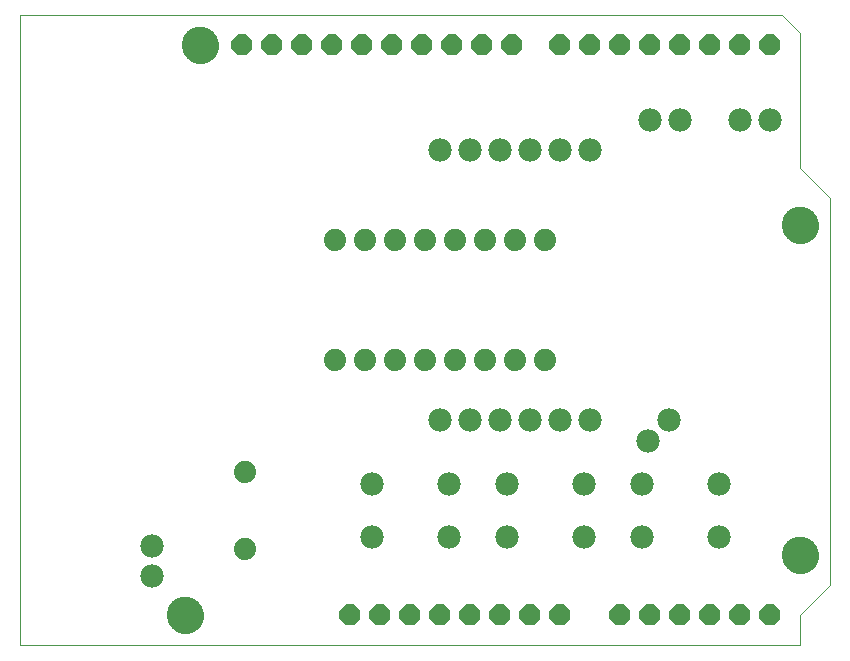
<source format=gts>
G75*
%MOIN*%
%OFA0B0*%
%FSLAX25Y25*%
%IPPOS*%
%LPD*%
%AMOC8*
5,1,8,0,0,1.08239X$1,22.5*
%
%ADD10C,0.00000*%
%ADD11C,0.12211*%
%ADD12C,0.07400*%
%ADD13C,0.07800*%
%ADD14OC8,0.07000*%
D10*
X0005000Y0005000D02*
X0005000Y0215000D01*
X0259000Y0215000D01*
X0265000Y0209000D01*
X0265000Y0164000D01*
X0275000Y0154000D01*
X0275000Y0025000D01*
X0265000Y0015000D01*
X0265000Y0005000D01*
X0005000Y0005000D01*
X0054094Y0015000D02*
X0054096Y0015153D01*
X0054102Y0015307D01*
X0054112Y0015460D01*
X0054126Y0015612D01*
X0054144Y0015765D01*
X0054166Y0015916D01*
X0054191Y0016067D01*
X0054221Y0016218D01*
X0054255Y0016368D01*
X0054292Y0016516D01*
X0054333Y0016664D01*
X0054378Y0016810D01*
X0054427Y0016956D01*
X0054480Y0017100D01*
X0054536Y0017242D01*
X0054596Y0017383D01*
X0054660Y0017523D01*
X0054727Y0017661D01*
X0054798Y0017797D01*
X0054873Y0017931D01*
X0054950Y0018063D01*
X0055032Y0018193D01*
X0055116Y0018321D01*
X0055204Y0018447D01*
X0055295Y0018570D01*
X0055389Y0018691D01*
X0055487Y0018809D01*
X0055587Y0018925D01*
X0055691Y0019038D01*
X0055797Y0019149D01*
X0055906Y0019257D01*
X0056018Y0019362D01*
X0056132Y0019463D01*
X0056250Y0019562D01*
X0056369Y0019658D01*
X0056491Y0019751D01*
X0056616Y0019840D01*
X0056743Y0019927D01*
X0056872Y0020009D01*
X0057003Y0020089D01*
X0057136Y0020165D01*
X0057271Y0020238D01*
X0057408Y0020307D01*
X0057547Y0020372D01*
X0057687Y0020434D01*
X0057829Y0020492D01*
X0057972Y0020547D01*
X0058117Y0020598D01*
X0058263Y0020645D01*
X0058410Y0020688D01*
X0058558Y0020727D01*
X0058707Y0020763D01*
X0058857Y0020794D01*
X0059008Y0020822D01*
X0059159Y0020846D01*
X0059312Y0020866D01*
X0059464Y0020882D01*
X0059617Y0020894D01*
X0059770Y0020902D01*
X0059923Y0020906D01*
X0060077Y0020906D01*
X0060230Y0020902D01*
X0060383Y0020894D01*
X0060536Y0020882D01*
X0060688Y0020866D01*
X0060841Y0020846D01*
X0060992Y0020822D01*
X0061143Y0020794D01*
X0061293Y0020763D01*
X0061442Y0020727D01*
X0061590Y0020688D01*
X0061737Y0020645D01*
X0061883Y0020598D01*
X0062028Y0020547D01*
X0062171Y0020492D01*
X0062313Y0020434D01*
X0062453Y0020372D01*
X0062592Y0020307D01*
X0062729Y0020238D01*
X0062864Y0020165D01*
X0062997Y0020089D01*
X0063128Y0020009D01*
X0063257Y0019927D01*
X0063384Y0019840D01*
X0063509Y0019751D01*
X0063631Y0019658D01*
X0063750Y0019562D01*
X0063868Y0019463D01*
X0063982Y0019362D01*
X0064094Y0019257D01*
X0064203Y0019149D01*
X0064309Y0019038D01*
X0064413Y0018925D01*
X0064513Y0018809D01*
X0064611Y0018691D01*
X0064705Y0018570D01*
X0064796Y0018447D01*
X0064884Y0018321D01*
X0064968Y0018193D01*
X0065050Y0018063D01*
X0065127Y0017931D01*
X0065202Y0017797D01*
X0065273Y0017661D01*
X0065340Y0017523D01*
X0065404Y0017383D01*
X0065464Y0017242D01*
X0065520Y0017100D01*
X0065573Y0016956D01*
X0065622Y0016810D01*
X0065667Y0016664D01*
X0065708Y0016516D01*
X0065745Y0016368D01*
X0065779Y0016218D01*
X0065809Y0016067D01*
X0065834Y0015916D01*
X0065856Y0015765D01*
X0065874Y0015612D01*
X0065888Y0015460D01*
X0065898Y0015307D01*
X0065904Y0015153D01*
X0065906Y0015000D01*
X0065904Y0014847D01*
X0065898Y0014693D01*
X0065888Y0014540D01*
X0065874Y0014388D01*
X0065856Y0014235D01*
X0065834Y0014084D01*
X0065809Y0013933D01*
X0065779Y0013782D01*
X0065745Y0013632D01*
X0065708Y0013484D01*
X0065667Y0013336D01*
X0065622Y0013190D01*
X0065573Y0013044D01*
X0065520Y0012900D01*
X0065464Y0012758D01*
X0065404Y0012617D01*
X0065340Y0012477D01*
X0065273Y0012339D01*
X0065202Y0012203D01*
X0065127Y0012069D01*
X0065050Y0011937D01*
X0064968Y0011807D01*
X0064884Y0011679D01*
X0064796Y0011553D01*
X0064705Y0011430D01*
X0064611Y0011309D01*
X0064513Y0011191D01*
X0064413Y0011075D01*
X0064309Y0010962D01*
X0064203Y0010851D01*
X0064094Y0010743D01*
X0063982Y0010638D01*
X0063868Y0010537D01*
X0063750Y0010438D01*
X0063631Y0010342D01*
X0063509Y0010249D01*
X0063384Y0010160D01*
X0063257Y0010073D01*
X0063128Y0009991D01*
X0062997Y0009911D01*
X0062864Y0009835D01*
X0062729Y0009762D01*
X0062592Y0009693D01*
X0062453Y0009628D01*
X0062313Y0009566D01*
X0062171Y0009508D01*
X0062028Y0009453D01*
X0061883Y0009402D01*
X0061737Y0009355D01*
X0061590Y0009312D01*
X0061442Y0009273D01*
X0061293Y0009237D01*
X0061143Y0009206D01*
X0060992Y0009178D01*
X0060841Y0009154D01*
X0060688Y0009134D01*
X0060536Y0009118D01*
X0060383Y0009106D01*
X0060230Y0009098D01*
X0060077Y0009094D01*
X0059923Y0009094D01*
X0059770Y0009098D01*
X0059617Y0009106D01*
X0059464Y0009118D01*
X0059312Y0009134D01*
X0059159Y0009154D01*
X0059008Y0009178D01*
X0058857Y0009206D01*
X0058707Y0009237D01*
X0058558Y0009273D01*
X0058410Y0009312D01*
X0058263Y0009355D01*
X0058117Y0009402D01*
X0057972Y0009453D01*
X0057829Y0009508D01*
X0057687Y0009566D01*
X0057547Y0009628D01*
X0057408Y0009693D01*
X0057271Y0009762D01*
X0057136Y0009835D01*
X0057003Y0009911D01*
X0056872Y0009991D01*
X0056743Y0010073D01*
X0056616Y0010160D01*
X0056491Y0010249D01*
X0056369Y0010342D01*
X0056250Y0010438D01*
X0056132Y0010537D01*
X0056018Y0010638D01*
X0055906Y0010743D01*
X0055797Y0010851D01*
X0055691Y0010962D01*
X0055587Y0011075D01*
X0055487Y0011191D01*
X0055389Y0011309D01*
X0055295Y0011430D01*
X0055204Y0011553D01*
X0055116Y0011679D01*
X0055032Y0011807D01*
X0054950Y0011937D01*
X0054873Y0012069D01*
X0054798Y0012203D01*
X0054727Y0012339D01*
X0054660Y0012477D01*
X0054596Y0012617D01*
X0054536Y0012758D01*
X0054480Y0012900D01*
X0054427Y0013044D01*
X0054378Y0013190D01*
X0054333Y0013336D01*
X0054292Y0013484D01*
X0054255Y0013632D01*
X0054221Y0013782D01*
X0054191Y0013933D01*
X0054166Y0014084D01*
X0054144Y0014235D01*
X0054126Y0014388D01*
X0054112Y0014540D01*
X0054102Y0014693D01*
X0054096Y0014847D01*
X0054094Y0015000D01*
X0259094Y0035000D02*
X0259096Y0035153D01*
X0259102Y0035307D01*
X0259112Y0035460D01*
X0259126Y0035612D01*
X0259144Y0035765D01*
X0259166Y0035916D01*
X0259191Y0036067D01*
X0259221Y0036218D01*
X0259255Y0036368D01*
X0259292Y0036516D01*
X0259333Y0036664D01*
X0259378Y0036810D01*
X0259427Y0036956D01*
X0259480Y0037100D01*
X0259536Y0037242D01*
X0259596Y0037383D01*
X0259660Y0037523D01*
X0259727Y0037661D01*
X0259798Y0037797D01*
X0259873Y0037931D01*
X0259950Y0038063D01*
X0260032Y0038193D01*
X0260116Y0038321D01*
X0260204Y0038447D01*
X0260295Y0038570D01*
X0260389Y0038691D01*
X0260487Y0038809D01*
X0260587Y0038925D01*
X0260691Y0039038D01*
X0260797Y0039149D01*
X0260906Y0039257D01*
X0261018Y0039362D01*
X0261132Y0039463D01*
X0261250Y0039562D01*
X0261369Y0039658D01*
X0261491Y0039751D01*
X0261616Y0039840D01*
X0261743Y0039927D01*
X0261872Y0040009D01*
X0262003Y0040089D01*
X0262136Y0040165D01*
X0262271Y0040238D01*
X0262408Y0040307D01*
X0262547Y0040372D01*
X0262687Y0040434D01*
X0262829Y0040492D01*
X0262972Y0040547D01*
X0263117Y0040598D01*
X0263263Y0040645D01*
X0263410Y0040688D01*
X0263558Y0040727D01*
X0263707Y0040763D01*
X0263857Y0040794D01*
X0264008Y0040822D01*
X0264159Y0040846D01*
X0264312Y0040866D01*
X0264464Y0040882D01*
X0264617Y0040894D01*
X0264770Y0040902D01*
X0264923Y0040906D01*
X0265077Y0040906D01*
X0265230Y0040902D01*
X0265383Y0040894D01*
X0265536Y0040882D01*
X0265688Y0040866D01*
X0265841Y0040846D01*
X0265992Y0040822D01*
X0266143Y0040794D01*
X0266293Y0040763D01*
X0266442Y0040727D01*
X0266590Y0040688D01*
X0266737Y0040645D01*
X0266883Y0040598D01*
X0267028Y0040547D01*
X0267171Y0040492D01*
X0267313Y0040434D01*
X0267453Y0040372D01*
X0267592Y0040307D01*
X0267729Y0040238D01*
X0267864Y0040165D01*
X0267997Y0040089D01*
X0268128Y0040009D01*
X0268257Y0039927D01*
X0268384Y0039840D01*
X0268509Y0039751D01*
X0268631Y0039658D01*
X0268750Y0039562D01*
X0268868Y0039463D01*
X0268982Y0039362D01*
X0269094Y0039257D01*
X0269203Y0039149D01*
X0269309Y0039038D01*
X0269413Y0038925D01*
X0269513Y0038809D01*
X0269611Y0038691D01*
X0269705Y0038570D01*
X0269796Y0038447D01*
X0269884Y0038321D01*
X0269968Y0038193D01*
X0270050Y0038063D01*
X0270127Y0037931D01*
X0270202Y0037797D01*
X0270273Y0037661D01*
X0270340Y0037523D01*
X0270404Y0037383D01*
X0270464Y0037242D01*
X0270520Y0037100D01*
X0270573Y0036956D01*
X0270622Y0036810D01*
X0270667Y0036664D01*
X0270708Y0036516D01*
X0270745Y0036368D01*
X0270779Y0036218D01*
X0270809Y0036067D01*
X0270834Y0035916D01*
X0270856Y0035765D01*
X0270874Y0035612D01*
X0270888Y0035460D01*
X0270898Y0035307D01*
X0270904Y0035153D01*
X0270906Y0035000D01*
X0270904Y0034847D01*
X0270898Y0034693D01*
X0270888Y0034540D01*
X0270874Y0034388D01*
X0270856Y0034235D01*
X0270834Y0034084D01*
X0270809Y0033933D01*
X0270779Y0033782D01*
X0270745Y0033632D01*
X0270708Y0033484D01*
X0270667Y0033336D01*
X0270622Y0033190D01*
X0270573Y0033044D01*
X0270520Y0032900D01*
X0270464Y0032758D01*
X0270404Y0032617D01*
X0270340Y0032477D01*
X0270273Y0032339D01*
X0270202Y0032203D01*
X0270127Y0032069D01*
X0270050Y0031937D01*
X0269968Y0031807D01*
X0269884Y0031679D01*
X0269796Y0031553D01*
X0269705Y0031430D01*
X0269611Y0031309D01*
X0269513Y0031191D01*
X0269413Y0031075D01*
X0269309Y0030962D01*
X0269203Y0030851D01*
X0269094Y0030743D01*
X0268982Y0030638D01*
X0268868Y0030537D01*
X0268750Y0030438D01*
X0268631Y0030342D01*
X0268509Y0030249D01*
X0268384Y0030160D01*
X0268257Y0030073D01*
X0268128Y0029991D01*
X0267997Y0029911D01*
X0267864Y0029835D01*
X0267729Y0029762D01*
X0267592Y0029693D01*
X0267453Y0029628D01*
X0267313Y0029566D01*
X0267171Y0029508D01*
X0267028Y0029453D01*
X0266883Y0029402D01*
X0266737Y0029355D01*
X0266590Y0029312D01*
X0266442Y0029273D01*
X0266293Y0029237D01*
X0266143Y0029206D01*
X0265992Y0029178D01*
X0265841Y0029154D01*
X0265688Y0029134D01*
X0265536Y0029118D01*
X0265383Y0029106D01*
X0265230Y0029098D01*
X0265077Y0029094D01*
X0264923Y0029094D01*
X0264770Y0029098D01*
X0264617Y0029106D01*
X0264464Y0029118D01*
X0264312Y0029134D01*
X0264159Y0029154D01*
X0264008Y0029178D01*
X0263857Y0029206D01*
X0263707Y0029237D01*
X0263558Y0029273D01*
X0263410Y0029312D01*
X0263263Y0029355D01*
X0263117Y0029402D01*
X0262972Y0029453D01*
X0262829Y0029508D01*
X0262687Y0029566D01*
X0262547Y0029628D01*
X0262408Y0029693D01*
X0262271Y0029762D01*
X0262136Y0029835D01*
X0262003Y0029911D01*
X0261872Y0029991D01*
X0261743Y0030073D01*
X0261616Y0030160D01*
X0261491Y0030249D01*
X0261369Y0030342D01*
X0261250Y0030438D01*
X0261132Y0030537D01*
X0261018Y0030638D01*
X0260906Y0030743D01*
X0260797Y0030851D01*
X0260691Y0030962D01*
X0260587Y0031075D01*
X0260487Y0031191D01*
X0260389Y0031309D01*
X0260295Y0031430D01*
X0260204Y0031553D01*
X0260116Y0031679D01*
X0260032Y0031807D01*
X0259950Y0031937D01*
X0259873Y0032069D01*
X0259798Y0032203D01*
X0259727Y0032339D01*
X0259660Y0032477D01*
X0259596Y0032617D01*
X0259536Y0032758D01*
X0259480Y0032900D01*
X0259427Y0033044D01*
X0259378Y0033190D01*
X0259333Y0033336D01*
X0259292Y0033484D01*
X0259255Y0033632D01*
X0259221Y0033782D01*
X0259191Y0033933D01*
X0259166Y0034084D01*
X0259144Y0034235D01*
X0259126Y0034388D01*
X0259112Y0034540D01*
X0259102Y0034693D01*
X0259096Y0034847D01*
X0259094Y0035000D01*
X0259094Y0145000D02*
X0259096Y0145153D01*
X0259102Y0145307D01*
X0259112Y0145460D01*
X0259126Y0145612D01*
X0259144Y0145765D01*
X0259166Y0145916D01*
X0259191Y0146067D01*
X0259221Y0146218D01*
X0259255Y0146368D01*
X0259292Y0146516D01*
X0259333Y0146664D01*
X0259378Y0146810D01*
X0259427Y0146956D01*
X0259480Y0147100D01*
X0259536Y0147242D01*
X0259596Y0147383D01*
X0259660Y0147523D01*
X0259727Y0147661D01*
X0259798Y0147797D01*
X0259873Y0147931D01*
X0259950Y0148063D01*
X0260032Y0148193D01*
X0260116Y0148321D01*
X0260204Y0148447D01*
X0260295Y0148570D01*
X0260389Y0148691D01*
X0260487Y0148809D01*
X0260587Y0148925D01*
X0260691Y0149038D01*
X0260797Y0149149D01*
X0260906Y0149257D01*
X0261018Y0149362D01*
X0261132Y0149463D01*
X0261250Y0149562D01*
X0261369Y0149658D01*
X0261491Y0149751D01*
X0261616Y0149840D01*
X0261743Y0149927D01*
X0261872Y0150009D01*
X0262003Y0150089D01*
X0262136Y0150165D01*
X0262271Y0150238D01*
X0262408Y0150307D01*
X0262547Y0150372D01*
X0262687Y0150434D01*
X0262829Y0150492D01*
X0262972Y0150547D01*
X0263117Y0150598D01*
X0263263Y0150645D01*
X0263410Y0150688D01*
X0263558Y0150727D01*
X0263707Y0150763D01*
X0263857Y0150794D01*
X0264008Y0150822D01*
X0264159Y0150846D01*
X0264312Y0150866D01*
X0264464Y0150882D01*
X0264617Y0150894D01*
X0264770Y0150902D01*
X0264923Y0150906D01*
X0265077Y0150906D01*
X0265230Y0150902D01*
X0265383Y0150894D01*
X0265536Y0150882D01*
X0265688Y0150866D01*
X0265841Y0150846D01*
X0265992Y0150822D01*
X0266143Y0150794D01*
X0266293Y0150763D01*
X0266442Y0150727D01*
X0266590Y0150688D01*
X0266737Y0150645D01*
X0266883Y0150598D01*
X0267028Y0150547D01*
X0267171Y0150492D01*
X0267313Y0150434D01*
X0267453Y0150372D01*
X0267592Y0150307D01*
X0267729Y0150238D01*
X0267864Y0150165D01*
X0267997Y0150089D01*
X0268128Y0150009D01*
X0268257Y0149927D01*
X0268384Y0149840D01*
X0268509Y0149751D01*
X0268631Y0149658D01*
X0268750Y0149562D01*
X0268868Y0149463D01*
X0268982Y0149362D01*
X0269094Y0149257D01*
X0269203Y0149149D01*
X0269309Y0149038D01*
X0269413Y0148925D01*
X0269513Y0148809D01*
X0269611Y0148691D01*
X0269705Y0148570D01*
X0269796Y0148447D01*
X0269884Y0148321D01*
X0269968Y0148193D01*
X0270050Y0148063D01*
X0270127Y0147931D01*
X0270202Y0147797D01*
X0270273Y0147661D01*
X0270340Y0147523D01*
X0270404Y0147383D01*
X0270464Y0147242D01*
X0270520Y0147100D01*
X0270573Y0146956D01*
X0270622Y0146810D01*
X0270667Y0146664D01*
X0270708Y0146516D01*
X0270745Y0146368D01*
X0270779Y0146218D01*
X0270809Y0146067D01*
X0270834Y0145916D01*
X0270856Y0145765D01*
X0270874Y0145612D01*
X0270888Y0145460D01*
X0270898Y0145307D01*
X0270904Y0145153D01*
X0270906Y0145000D01*
X0270904Y0144847D01*
X0270898Y0144693D01*
X0270888Y0144540D01*
X0270874Y0144388D01*
X0270856Y0144235D01*
X0270834Y0144084D01*
X0270809Y0143933D01*
X0270779Y0143782D01*
X0270745Y0143632D01*
X0270708Y0143484D01*
X0270667Y0143336D01*
X0270622Y0143190D01*
X0270573Y0143044D01*
X0270520Y0142900D01*
X0270464Y0142758D01*
X0270404Y0142617D01*
X0270340Y0142477D01*
X0270273Y0142339D01*
X0270202Y0142203D01*
X0270127Y0142069D01*
X0270050Y0141937D01*
X0269968Y0141807D01*
X0269884Y0141679D01*
X0269796Y0141553D01*
X0269705Y0141430D01*
X0269611Y0141309D01*
X0269513Y0141191D01*
X0269413Y0141075D01*
X0269309Y0140962D01*
X0269203Y0140851D01*
X0269094Y0140743D01*
X0268982Y0140638D01*
X0268868Y0140537D01*
X0268750Y0140438D01*
X0268631Y0140342D01*
X0268509Y0140249D01*
X0268384Y0140160D01*
X0268257Y0140073D01*
X0268128Y0139991D01*
X0267997Y0139911D01*
X0267864Y0139835D01*
X0267729Y0139762D01*
X0267592Y0139693D01*
X0267453Y0139628D01*
X0267313Y0139566D01*
X0267171Y0139508D01*
X0267028Y0139453D01*
X0266883Y0139402D01*
X0266737Y0139355D01*
X0266590Y0139312D01*
X0266442Y0139273D01*
X0266293Y0139237D01*
X0266143Y0139206D01*
X0265992Y0139178D01*
X0265841Y0139154D01*
X0265688Y0139134D01*
X0265536Y0139118D01*
X0265383Y0139106D01*
X0265230Y0139098D01*
X0265077Y0139094D01*
X0264923Y0139094D01*
X0264770Y0139098D01*
X0264617Y0139106D01*
X0264464Y0139118D01*
X0264312Y0139134D01*
X0264159Y0139154D01*
X0264008Y0139178D01*
X0263857Y0139206D01*
X0263707Y0139237D01*
X0263558Y0139273D01*
X0263410Y0139312D01*
X0263263Y0139355D01*
X0263117Y0139402D01*
X0262972Y0139453D01*
X0262829Y0139508D01*
X0262687Y0139566D01*
X0262547Y0139628D01*
X0262408Y0139693D01*
X0262271Y0139762D01*
X0262136Y0139835D01*
X0262003Y0139911D01*
X0261872Y0139991D01*
X0261743Y0140073D01*
X0261616Y0140160D01*
X0261491Y0140249D01*
X0261369Y0140342D01*
X0261250Y0140438D01*
X0261132Y0140537D01*
X0261018Y0140638D01*
X0260906Y0140743D01*
X0260797Y0140851D01*
X0260691Y0140962D01*
X0260587Y0141075D01*
X0260487Y0141191D01*
X0260389Y0141309D01*
X0260295Y0141430D01*
X0260204Y0141553D01*
X0260116Y0141679D01*
X0260032Y0141807D01*
X0259950Y0141937D01*
X0259873Y0142069D01*
X0259798Y0142203D01*
X0259727Y0142339D01*
X0259660Y0142477D01*
X0259596Y0142617D01*
X0259536Y0142758D01*
X0259480Y0142900D01*
X0259427Y0143044D01*
X0259378Y0143190D01*
X0259333Y0143336D01*
X0259292Y0143484D01*
X0259255Y0143632D01*
X0259221Y0143782D01*
X0259191Y0143933D01*
X0259166Y0144084D01*
X0259144Y0144235D01*
X0259126Y0144388D01*
X0259112Y0144540D01*
X0259102Y0144693D01*
X0259096Y0144847D01*
X0259094Y0145000D01*
X0059094Y0205000D02*
X0059096Y0205153D01*
X0059102Y0205307D01*
X0059112Y0205460D01*
X0059126Y0205612D01*
X0059144Y0205765D01*
X0059166Y0205916D01*
X0059191Y0206067D01*
X0059221Y0206218D01*
X0059255Y0206368D01*
X0059292Y0206516D01*
X0059333Y0206664D01*
X0059378Y0206810D01*
X0059427Y0206956D01*
X0059480Y0207100D01*
X0059536Y0207242D01*
X0059596Y0207383D01*
X0059660Y0207523D01*
X0059727Y0207661D01*
X0059798Y0207797D01*
X0059873Y0207931D01*
X0059950Y0208063D01*
X0060032Y0208193D01*
X0060116Y0208321D01*
X0060204Y0208447D01*
X0060295Y0208570D01*
X0060389Y0208691D01*
X0060487Y0208809D01*
X0060587Y0208925D01*
X0060691Y0209038D01*
X0060797Y0209149D01*
X0060906Y0209257D01*
X0061018Y0209362D01*
X0061132Y0209463D01*
X0061250Y0209562D01*
X0061369Y0209658D01*
X0061491Y0209751D01*
X0061616Y0209840D01*
X0061743Y0209927D01*
X0061872Y0210009D01*
X0062003Y0210089D01*
X0062136Y0210165D01*
X0062271Y0210238D01*
X0062408Y0210307D01*
X0062547Y0210372D01*
X0062687Y0210434D01*
X0062829Y0210492D01*
X0062972Y0210547D01*
X0063117Y0210598D01*
X0063263Y0210645D01*
X0063410Y0210688D01*
X0063558Y0210727D01*
X0063707Y0210763D01*
X0063857Y0210794D01*
X0064008Y0210822D01*
X0064159Y0210846D01*
X0064312Y0210866D01*
X0064464Y0210882D01*
X0064617Y0210894D01*
X0064770Y0210902D01*
X0064923Y0210906D01*
X0065077Y0210906D01*
X0065230Y0210902D01*
X0065383Y0210894D01*
X0065536Y0210882D01*
X0065688Y0210866D01*
X0065841Y0210846D01*
X0065992Y0210822D01*
X0066143Y0210794D01*
X0066293Y0210763D01*
X0066442Y0210727D01*
X0066590Y0210688D01*
X0066737Y0210645D01*
X0066883Y0210598D01*
X0067028Y0210547D01*
X0067171Y0210492D01*
X0067313Y0210434D01*
X0067453Y0210372D01*
X0067592Y0210307D01*
X0067729Y0210238D01*
X0067864Y0210165D01*
X0067997Y0210089D01*
X0068128Y0210009D01*
X0068257Y0209927D01*
X0068384Y0209840D01*
X0068509Y0209751D01*
X0068631Y0209658D01*
X0068750Y0209562D01*
X0068868Y0209463D01*
X0068982Y0209362D01*
X0069094Y0209257D01*
X0069203Y0209149D01*
X0069309Y0209038D01*
X0069413Y0208925D01*
X0069513Y0208809D01*
X0069611Y0208691D01*
X0069705Y0208570D01*
X0069796Y0208447D01*
X0069884Y0208321D01*
X0069968Y0208193D01*
X0070050Y0208063D01*
X0070127Y0207931D01*
X0070202Y0207797D01*
X0070273Y0207661D01*
X0070340Y0207523D01*
X0070404Y0207383D01*
X0070464Y0207242D01*
X0070520Y0207100D01*
X0070573Y0206956D01*
X0070622Y0206810D01*
X0070667Y0206664D01*
X0070708Y0206516D01*
X0070745Y0206368D01*
X0070779Y0206218D01*
X0070809Y0206067D01*
X0070834Y0205916D01*
X0070856Y0205765D01*
X0070874Y0205612D01*
X0070888Y0205460D01*
X0070898Y0205307D01*
X0070904Y0205153D01*
X0070906Y0205000D01*
X0070904Y0204847D01*
X0070898Y0204693D01*
X0070888Y0204540D01*
X0070874Y0204388D01*
X0070856Y0204235D01*
X0070834Y0204084D01*
X0070809Y0203933D01*
X0070779Y0203782D01*
X0070745Y0203632D01*
X0070708Y0203484D01*
X0070667Y0203336D01*
X0070622Y0203190D01*
X0070573Y0203044D01*
X0070520Y0202900D01*
X0070464Y0202758D01*
X0070404Y0202617D01*
X0070340Y0202477D01*
X0070273Y0202339D01*
X0070202Y0202203D01*
X0070127Y0202069D01*
X0070050Y0201937D01*
X0069968Y0201807D01*
X0069884Y0201679D01*
X0069796Y0201553D01*
X0069705Y0201430D01*
X0069611Y0201309D01*
X0069513Y0201191D01*
X0069413Y0201075D01*
X0069309Y0200962D01*
X0069203Y0200851D01*
X0069094Y0200743D01*
X0068982Y0200638D01*
X0068868Y0200537D01*
X0068750Y0200438D01*
X0068631Y0200342D01*
X0068509Y0200249D01*
X0068384Y0200160D01*
X0068257Y0200073D01*
X0068128Y0199991D01*
X0067997Y0199911D01*
X0067864Y0199835D01*
X0067729Y0199762D01*
X0067592Y0199693D01*
X0067453Y0199628D01*
X0067313Y0199566D01*
X0067171Y0199508D01*
X0067028Y0199453D01*
X0066883Y0199402D01*
X0066737Y0199355D01*
X0066590Y0199312D01*
X0066442Y0199273D01*
X0066293Y0199237D01*
X0066143Y0199206D01*
X0065992Y0199178D01*
X0065841Y0199154D01*
X0065688Y0199134D01*
X0065536Y0199118D01*
X0065383Y0199106D01*
X0065230Y0199098D01*
X0065077Y0199094D01*
X0064923Y0199094D01*
X0064770Y0199098D01*
X0064617Y0199106D01*
X0064464Y0199118D01*
X0064312Y0199134D01*
X0064159Y0199154D01*
X0064008Y0199178D01*
X0063857Y0199206D01*
X0063707Y0199237D01*
X0063558Y0199273D01*
X0063410Y0199312D01*
X0063263Y0199355D01*
X0063117Y0199402D01*
X0062972Y0199453D01*
X0062829Y0199508D01*
X0062687Y0199566D01*
X0062547Y0199628D01*
X0062408Y0199693D01*
X0062271Y0199762D01*
X0062136Y0199835D01*
X0062003Y0199911D01*
X0061872Y0199991D01*
X0061743Y0200073D01*
X0061616Y0200160D01*
X0061491Y0200249D01*
X0061369Y0200342D01*
X0061250Y0200438D01*
X0061132Y0200537D01*
X0061018Y0200638D01*
X0060906Y0200743D01*
X0060797Y0200851D01*
X0060691Y0200962D01*
X0060587Y0201075D01*
X0060487Y0201191D01*
X0060389Y0201309D01*
X0060295Y0201430D01*
X0060204Y0201553D01*
X0060116Y0201679D01*
X0060032Y0201807D01*
X0059950Y0201937D01*
X0059873Y0202069D01*
X0059798Y0202203D01*
X0059727Y0202339D01*
X0059660Y0202477D01*
X0059596Y0202617D01*
X0059536Y0202758D01*
X0059480Y0202900D01*
X0059427Y0203044D01*
X0059378Y0203190D01*
X0059333Y0203336D01*
X0059292Y0203484D01*
X0059255Y0203632D01*
X0059221Y0203782D01*
X0059191Y0203933D01*
X0059166Y0204084D01*
X0059144Y0204235D01*
X0059126Y0204388D01*
X0059112Y0204540D01*
X0059102Y0204693D01*
X0059096Y0204847D01*
X0059094Y0205000D01*
D11*
X0065000Y0205000D03*
X0265000Y0145000D03*
X0265000Y0035000D03*
X0060000Y0015000D03*
D12*
X0080000Y0037205D03*
X0080000Y0062795D03*
X0110000Y0100000D03*
X0120000Y0100000D03*
X0130000Y0100000D03*
X0140000Y0100000D03*
X0150000Y0100000D03*
X0160000Y0100000D03*
X0170000Y0100000D03*
X0180000Y0100000D03*
X0180000Y0140000D03*
X0170000Y0140000D03*
X0160000Y0140000D03*
X0150000Y0140000D03*
X0140000Y0140000D03*
X0130000Y0140000D03*
X0120000Y0140000D03*
X0110000Y0140000D03*
D13*
X0145000Y0170000D03*
X0155000Y0170000D03*
X0165000Y0170000D03*
X0175000Y0170000D03*
X0185000Y0170000D03*
X0195000Y0170000D03*
X0215000Y0180000D03*
X0225000Y0180000D03*
X0245000Y0180000D03*
X0255000Y0180000D03*
X0221303Y0080132D03*
X0214232Y0073061D03*
X0212200Y0058900D03*
X0192800Y0058900D03*
X0192800Y0041100D03*
X0212200Y0041100D03*
X0237800Y0041100D03*
X0237800Y0058900D03*
X0195000Y0080000D03*
X0185000Y0080000D03*
X0175000Y0080000D03*
X0165000Y0080000D03*
X0155000Y0080000D03*
X0145000Y0080000D03*
X0147800Y0058900D03*
X0167200Y0058900D03*
X0167200Y0041100D03*
X0147800Y0041100D03*
X0122200Y0041100D03*
X0122200Y0058900D03*
X0049000Y0038000D03*
X0049000Y0028000D03*
D14*
X0115000Y0015000D03*
X0125000Y0015000D03*
X0135000Y0015000D03*
X0145000Y0015000D03*
X0155000Y0015000D03*
X0165000Y0015000D03*
X0175000Y0015000D03*
X0185000Y0015000D03*
X0205000Y0015000D03*
X0215000Y0015000D03*
X0225000Y0015000D03*
X0235000Y0015000D03*
X0245000Y0015000D03*
X0255000Y0015000D03*
X0255000Y0205000D03*
X0245000Y0205000D03*
X0235000Y0205000D03*
X0225000Y0205000D03*
X0215000Y0205000D03*
X0205000Y0205000D03*
X0195000Y0205000D03*
X0185000Y0205000D03*
X0169000Y0205000D03*
X0159000Y0205000D03*
X0149000Y0205000D03*
X0139000Y0205000D03*
X0129000Y0205000D03*
X0119000Y0205000D03*
X0109000Y0205000D03*
X0099000Y0205000D03*
X0089000Y0205000D03*
X0079000Y0205000D03*
M02*

</source>
